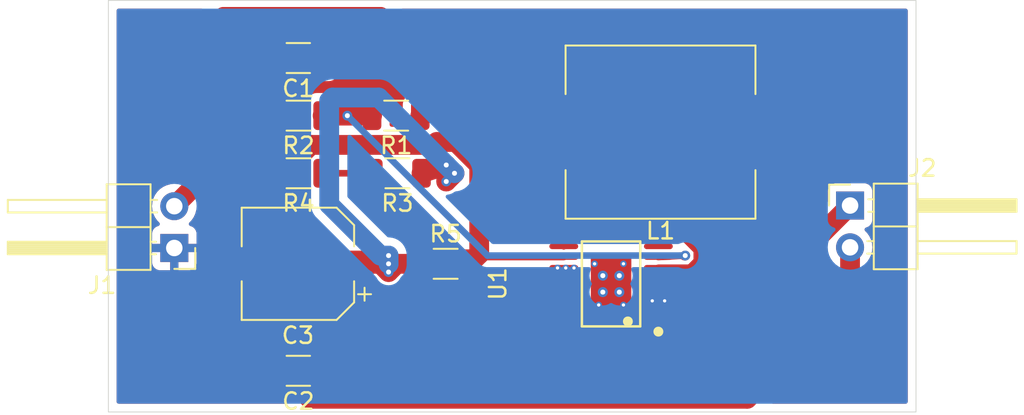
<source format=kicad_pcb>
(kicad_pcb (version 20240108) (generator "pcbnew") (generator_version "8.0")
  (layers (0 "F.Cu" signal) (31 "B.Cu" signal) (34 "B.Paste" user) (35 "F.Paste" user) (36 "B.SilkS" user "B.Silkscreen") (37 "F.SilkS" user "F.Silkscreen") (38 "B.Mask" user) (39 "F.Mask" user) (44 "Edge.Cuts" user))
  (net 0 "")
  (net 1 "VBat")
  (net 2 "GND")
  (net 3 "+5V")
  (net 4 "Net-(L1-Pad1)")
  (net 5 "Net-(U1-LBI)")
  (net 6 "Net-(U1-FB)")
  (net 8 "Net-(J2-Pin_2)")
  (footprint "Connector_PinHeader_2.54mm:PinHeader_1x02_P2.54mm_Horizontal" (layer "F.Cu") (at 144 79.96)
    (property "Reference" "J2" (at 4.385 -2.27 0) (layer "F.SilkS"))
    (property "Value" "Conn_01x02")
    (fp_line (start -1.27 -1.27) (end 0 -1.27) (stroke (width 0.12)) (layer "F.SilkS"))
    (fp_line (start -1.27 0) (end -1.27 -1.27) (stroke (width 0.12)) (layer "F.SilkS"))
    (fp_line (start 1.042929 2.16) (end 1.44 2.16) (stroke (width 0.12)) (layer "F.SilkS"))
    (fp_line (start 1.042929 2.92) (end 1.44 2.92) (stroke (width 0.12)) (layer "F.SilkS"))
    (fp_line (start 1.11 -0.38) (end 1.44 -0.38) (stroke (width 0.12)) (layer "F.SilkS"))
    (fp_line (start 1.11 0.38) (end 1.44 0.38) (stroke (width 0.12)) (layer "F.SilkS"))
    (fp_line (start 1.44 -1.33) (end 1.44 3.87) (stroke (width 0.12)) (layer "F.SilkS"))
    (fp_line (start 1.44 1.27) (end 4.1 1.27) (stroke (width 0.12)) (layer "F.SilkS"))
    (fp_line (start 1.44 3.87) (end 4.1 3.87) (stroke (width 0.12)) (layer "F.SilkS"))
    (fp_line (start 4.1 -1.33) (end 1.44 -1.33) (stroke (width 0.12)) (layer "F.SilkS"))
    (fp_line (start 4.1 -0.38) (end 10.1 -0.38) (stroke (width 0.12)) (layer "F.SilkS"))
    (fp_line (start 4.1 -0.32) (end 10.1 -0.32) (stroke (width 0.12)) (layer "F.SilkS"))
    (fp_line (start 4.1 -0.2) (end 10.1 -0.2) (stroke (width 0.12)) (layer "F.SilkS"))
    (fp_line (start 4.1 -0.08) (end 10.1 -0.08) (stroke (width 0.12)) (layer "F.SilkS"))
    (fp_line (start 4.1 0.04) (end 10.1 0.04) (stroke (width 0.12)) (layer "F.SilkS"))
    (fp_line (start 4.1 0.16) (end 10.1 0.16) (stroke (width 0.12)) (layer "F.SilkS"))
    (fp_line (start 4.1 0.28) (end 10.1 0.28) (stroke (width 0.12)) (layer "F.SilkS"))
    (fp_line (start 4.1 2.16) (end 10.1 2.16) (stroke (width 0.12)) (layer "F.SilkS"))
    (fp_line (start 4.1 3.87) (end 4.1 -1.33) (stroke (width 0.12)) (layer "F.SilkS"))
    (fp_line (start 10.1 -0.38) (end 10.1 0.38) (stroke (width 0.12)) (layer "F.SilkS"))
    (fp_line (start 10.1 0.38) (end 4.1 0.38) (stroke (width 0.12)) (layer "F.SilkS"))
    (fp_line (start 10.1 2.16) (end 10.1 2.92) (stroke (width 0.12)) (layer "F.SilkS"))
    (fp_line (start 10.1 2.92) (end 4.1 2.92) (stroke (width 0.12)) (layer "F.SilkS"))
    (pad "1" thru_hole rect (at 0 0) (size 1.7 1.7) (drill 1) (layers "*.Cu" "*.Mask") (net 3 "+5V"))
    (pad "2" thru_hole oval (at 0 2.54) (size 1.7 1.7) (drill 1) (layers "*.Cu" "*.Mask") (net 8 "Net-(J2-Pin_2)"))
  )
  (footprint "Resistor_SMD:R_1206_3216Metric" (layer "F.Cu") (at 116.4625 74.5 180)
    (property "Reference" "R1" (at 0 -1.82 0) (layer "F.SilkS"))
    (property "Value" "1M95")
    (fp_line (start -0.727064 0.91) (end 0.727064 0.91) (stroke (width 0.12)) (layer "F.SilkS"))
    (fp_line (start -0.727064 -0.91) (end 0.727064 -0.91) (stroke (width 0.12)) (layer "F.SilkS"))
    (pad "1" smd roundrect (at -1.4625 0 180) (size 1.125 1.75) (layers "F.Cu" "F.Paste" "F.Mask") (roundrect_rratio 0.222222) (net 1 "VBat"))
    (pad "2" smd roundrect (at 1.4625 0 180) (size 1.125 1.75) (layers "F.Cu" "F.Paste" "F.Mask") (roundrect_rratio 0.222222) (net 5 "Net-(U1-LBI)"))
  )
  (footprint "Resistor_SMD:R_1206_3216Metric" (layer "F.Cu") (at 116.5375 78 180)
    (property "Reference" "R3" (at 0 -1.82 0) (layer "F.SilkS"))
    (property "Value" "1M62")
    (fp_line (start -0.727064 0.91) (end 0.727064 0.91) (stroke (width 0.12)) (layer "F.SilkS"))
    (fp_line (start -0.727064 -0.91) (end 0.727064 -0.91) (stroke (width 0.12)) (layer "F.SilkS"))
    (pad "1" smd roundrect (at -1.4625 0 180) (size 1.125 1.75) (layers "F.Cu" "F.Paste" "F.Mask") (roundrect_rratio 0.222222) (net 3 "+5V"))
    (pad "2" smd roundrect (at 1.4625 0 180) (size 1.125 1.75) (layers "F.Cu" "F.Paste" "F.Mask") (roundrect_rratio 0.222222) (net 6 "Net-(U1-FB)"))
  )
  (footprint "Resistor_SMD:R_1206_3216Metric" (layer "F.Cu") (at 110.5375 74.5 180)
    (property "Reference" "R2" (at 0 -1.82 0) (layer "F.SilkS"))
    (property "Value" "390k")
    (fp_line (start -0.727064 0.91) (end 0.727064 0.91) (stroke (width 0.12)) (layer "F.SilkS"))
    (fp_line (start -0.727064 -0.91) (end 0.727064 -0.91) (stroke (width 0.12)) (layer "F.SilkS"))
    (pad "1" smd roundrect (at -1.4625 0 180) (size 1.125 1.75) (layers "F.Cu" "F.Paste" "F.Mask") (roundrect_rratio 0.222222) (net 5 "Net-(U1-LBI)"))
    (pad "2" smd roundrect (at 1.4625 0 180) (size 1.125 1.75) (layers "F.Cu" "F.Paste" "F.Mask") (roundrect_rratio 0.222222) (net 2 "GND"))
  )
  (footprint "Connector_PinHeader_2.54mm:PinHeader_1x02_P2.54mm_Horizontal" (layer "F.Cu") (at 103 82.54 180)
    (property "Reference" "J1" (at 4.385 -2.27 0) (layer "F.SilkS"))
    (property "Value" "Conn_01x02")
    (fp_line (start 10.1 2.92) (end 4.1 2.92) (stroke (width 0.12)) (layer "F.SilkS"))
    (fp_line (start 10.1 2.16) (end 10.1 2.92) (stroke (width 0.12)) (layer "F.SilkS"))
    (fp_line (start 10.1 0.38) (end 4.1 0.38) (stroke (width 0.12)) (layer "F.SilkS"))
    (fp_line (start 10.1 -0.38) (end 10.1 0.38) (stroke (width 0.12)) (layer "F.SilkS"))
    (fp_line (start 4.1 3.87) (end 4.1 -1.33) (stroke (width 0.12)) (layer "F.SilkS"))
    (fp_line (start 4.1 2.16) (end 10.1 2.16) (stroke (width 0.12)) (layer "F.SilkS"))
    (fp_line (start 4.1 0.28) (end 10.1 0.28) (stroke (width 0.12)) (layer "F.SilkS"))
    (fp_line (start 4.1 0.16) (end 10.1 0.16) (stroke (width 0.12)) (layer "F.SilkS"))
    (fp_line (start 4.1 0.04) (end 10.1 0.04) (stroke (width 0.12)) (layer "F.SilkS"))
    (fp_line (start 4.1 -0.08) (end 10.1 -0.08) (stroke (width 0.12)) (layer "F.SilkS"))
    (fp_line (start 4.1 -0.2) (end 10.1 -0.2) (stroke (width 0.12)) (layer "F.SilkS"))
    (fp_line (start 4.1 -0.32) (end 10.1 -0.32) (stroke (width 0.12)) (layer "F.SilkS"))
    (fp_line (start 4.1 -0.38) (end 10.1 -0.38) (stroke (width 0.12)) (layer "F.SilkS"))
    (fp_line (start 4.1 -1.33) (end 1.44 -1.33) (stroke (width 0.12)) (layer "F.SilkS"))
    (fp_line (start 1.44 3.87) (end 4.1 3.87) (stroke (width 0.12)) (layer "F.SilkS"))
    (fp_line (start 1.44 1.27) (end 4.1 1.27) (stroke (width 0.12)) (layer "F.SilkS"))
    (fp_line (start 1.44 -1.33) (end 1.44 3.87) (stroke (width 0.12)) (layer "F.SilkS"))
    (fp_line (start 1.11 0.38) (end 1.44 0.38) (stroke (width 0.12)) (layer "F.SilkS"))
    (fp_line (start 1.11 -0.38) (end 1.44 -0.38) (stroke (width 0.12)) (layer "F.SilkS"))
    (fp_line (start 1.042929 2.92) (end 1.44 2.92) (stroke (width 0.12)) (layer "F.SilkS"))
    (fp_line (start 1.042929 2.16) (end 1.44 2.16) (stroke (width 0.12)) (layer "F.SilkS"))
    (fp_line (start -1.27 0) (end -1.27 -1.27) (stroke (width 0.12)) (layer "F.SilkS"))
    (fp_line (start -1.27 -1.27) (end 0 -1.27) (stroke (width 0.12)) (layer "F.SilkS"))
    (pad "1" thru_hole rect (at 0 0 180) (size 1.7 1.7) (drill 1) (layers "*.Cu" "*.Mask") (net 2 "GND"))
    (pad "2" thru_hole oval (at 0 2.54 180) (size 1.7 1.7) (drill 1) (layers "*.Cu" "*.Mask") (net 1 "VBat"))
  )
  (footprint "Inductor_SMD:L_Sunlord_MWSA1004S" (layer "F.Cu") (at 132.5 75.5 180)
    (property "Reference" "L1" (at 0 -6 0) (layer "F.SilkS"))
    (property "Value" "6.8uH")
    (fp_line (start 5.76 5.26) (end 5.76 2.31) (stroke (width 0.12)) (layer "F.SilkS"))
    (fp_line (start 5.76 -5.26) (end 5.76 -2.31) (stroke (width 0.12)) (layer "F.SilkS"))
    (fp_line (start -5.76 5.26) (end 5.76 5.26) (stroke (width 0.12)) (layer "F.SilkS"))
    (fp_line (start -5.76 5.26) (end -5.76 2.31) (stroke (width 0.12)) (layer "F.SilkS"))
    (fp_line (start -5.76 -5.26) (end 5.76 -5.26) (stroke (width 0.12)) (layer "F.SilkS"))
    (fp_line (start -5.76 -5.26) (end -5.76 -2.31) (stroke (width 0.12)) (layer "F.SilkS"))
    (pad "1" smd rect (at -4.75 0 180) (size 4.1 4.1) (layers "F.Cu" "F.Paste" "F.Mask") (net 4 "Net-(L1-Pad1)"))
    (pad "2" smd rect (at 4.75 0 180) (size 4.1 4.1) (layers "F.Cu" "F.Paste" "F.Mask") (net 1 "VBat"))
  )
  (footprint "easyeda2kicad:HTSSOP-16_L5.0-W4.4-P0.65-LS6.4-BL-EP" (layer "F.Cu") (at 129.5 84.72 90)
    (property "Reference" "U1" (at 0 -6.87 90) (layer "F.SilkS"))
    (property "Value" "TPS61032PWPR")
    (fp_line (start 2.58 -1.77) (end 2.58 1.77) (stroke (width 0.15)) (layer "F.SilkS"))
    (fp_line (start -2.58 -1.77) (end 2.58 -1.77) (stroke (width 0.15)) (layer "F.SilkS"))
    (fp_line (start 2.58 1.77) (end -2.58 1.77) (stroke (width 0.15)) (layer "F.SilkS"))
    (fp_line (start -2.58 1.77) (end -2.58 -1.77) (stroke (width 0.15)) (layer "F.SilkS"))
    (fp_circle (center -2.28 1.02) (end -2.13 1.02) (stroke (width 0.3)) (fill none) (layer "F.SilkS"))
    (fp_circle (center -2.9 2.87) (end -2.75 2.87) (stroke (width 0.3)) (fill none) (layer "F.SilkS"))
    (pad "" thru_hole circle (at -0.5 -0.5 90) (size 0.61 0.61) (drill 0.3) (layers "*.Cu" "*.Paste" "*.Mask"))
    (pad "" thru_hole circle (at -0.5 0.5 90) (size 0.61 0.61) (drill 0.3) (layers "*.Cu" "*.Paste" "*.Mask"))
    (pad "" thru_hole circle (at 0.5 -0.5 90) (size 0.61 0.61) (drill 0.3) (layers "*.Cu" "*.Paste" "*.Mask"))
    (pad "" thru_hole circle (at 0.5 0.5 90) (size 0.61 0.61) (drill 0.3) (layers "*.Cu" "*.Paste" "*.Mask"))
    (pad "1" smd oval (at -2.28 2.87 90) (size 0.34 1.75) (layers "F.Cu" "F.Paste" "F.Mask") (net 4 "Net-(L1-Pad1)"))
    (pad "2" smd oval (at -1.63 2.87 90) (size 0.34 1.75) (layers "F.Cu" "F.Paste" "F.Mask") (net 4 "Net-(L1-Pad1)"))
    (pad "3" smd oval (at -0.98 2.87 90) (size 0.34 1.75) (layers "F.Cu" "F.Paste" "F.Mask") (net 2 "GND"))
    (pad "4" smd oval (at -0.32 2.87 90) (size 0.34 1.75) (layers "F.Cu" "F.Paste" "F.Mask") (net 2 "GND"))
    (pad "5" smd oval (at 0.33 2.87 90) (size 0.34 1.75) (layers "F.Cu" "F.Paste" "F.Mask") (net 2 "GND"))
    (pad "6" smd oval (at 0.98 2.87 90) (size 0.34 1.75) (layers "F.Cu" "F.Paste" "F.Mask") (net 1 "VBat"))
    (pad "7" smd oval (at 1.63 2.87 90) (size 0.34 1.75) (layers "F.Cu" "F.Paste" "F.Mask") (net 5 "Net-(U1-LBI)"))
    (pad "8" smd oval (at 2.28 2.87 90) (size 0.34 1.75) (layers "F.Cu" "F.Paste" "F.Mask") (net 2 "GND"))
    (pad "9" smd oval (at 2.28 -2.87 90) (size 0.34 1.75) (layers "F.Cu" "F.Paste" "F.Mask") (net 1 "VBat"))
    (pad "10" smd oval (at 1.63 -2.87 90) (size 0.34 1.75) (layers "F.Cu" "F.Paste" "F.Mask") (net 8 "Net-(J2-Pin_2)"))
    (pad "11" smd oval (at 0.98 -2.87 90) (size 0.34 1.75) (layers "F.Cu" "F.Paste" "F.Mask") (net 2 "GND"))
    (pad "12" smd oval (at 0.33 -2.87 90) (size 0.34 1.75) (layers "F.Cu" "F.Paste" "F.Mask") (net 6 "Net-(U1-FB)"))
    (pad "13" smd oval (at -0.32 -2.87 90) (size 0.34 1.75) (layers "F.Cu" "F.Paste" "F.Mask") (net 3 "+5V"))
    (pad "14" smd oval (at -0.98 -2.87 90) (size 0.34 1.75) (layers "F.Cu" "F.Paste" "F.Mask") (net 3 "+5V"))
    (pad "15" smd oval (at -1.63 -2.87 90) (size 0.34 1.75) (layers "F.Cu" "F.Paste" "F.Mask") (net 3 "+5V"))
    (pad "16" smd oval (at -2.28 -2.87 90) (size 0.34 1.75) (layers "F.Cu" "F.Paste" "F.Mask"))
    (pad "17" smd rect (at 0 0 90) (size 3.55 2.46) (layers "F.Cu" "F.Paste" "F.Mask") (net 2 "GND"))
  )
  (footprint "Capacitor_SMD:CP_Elec_6.3x7.7" (layer "F.Cu") (at 110.5 83.5 180)
    (property "Reference" "C3" (at 0 -4.35 0) (layer "F.SilkS"))
    (property "Value" "220uF")
    (fp_line (start 3.41 3.41) (end 3.41 1.06) (stroke (width 0.12)) (layer "F.SilkS"))
    (fp_line (start 3.41 -3.41) (end 3.41 -1.06) (stroke (width 0.12)) (layer "F.SilkS"))
    (fp_line (start -2.345563 3.41) (end 3.41 3.41) (stroke (width 0.12)) (layer "F.SilkS"))
    (fp_line (start -2.345563 -3.41) (end 3.41 -3.41) (stroke (width 0.12)) (layer "F.SilkS"))
    (fp_line (start -3.41 2.345563) (end -2.345563 3.41) (stroke (width 0.12)) (layer "F.SilkS"))
    (fp_line (start -3.41 2.345563) (end -3.41 1.06) (stroke (width 0.12)) (layer "F.SilkS"))
    (fp_line (start -3.41 -2.345563) (end -2.345563 -3.41) (stroke (width 0.12)) (layer "F.SilkS"))
    (fp_line (start -3.41 -2.345563) (end -3.41 -1.06) (stroke (width 0.12)) (layer "F.SilkS"))
    (fp_line (start -4.04375 -2.24125) (end -4.04375 -1.45375) (stroke (width 0.12)) (layer "F.SilkS"))
    (fp_line (start -4.4375 -1.8475) (end -3.65 -1.8475) (stroke (width 0.12)) (layer "F.SilkS"))
    (pad "1" smd roundrect (at -2.7 0 180) (size 3.5 1.6) (layers "F.Cu" "F.Paste" "F.Mask") (roundrect_rratio 0.15625) (net 3 "+5V"))
    (pad "2" smd roundrect (at 2.7 0 180) (size 3.5 1.6) (layers "F.Cu" "F.Paste" "F.Mask") (roundrect_rratio 0.15625) (net 2 "GND"))
  )
  (footprint "Resistor_SMD:R_1206_3216Metric" (layer "F.Cu") (at 110.5375 78 180)
    (property "Reference" "R4" (at 0 -1.82 0) (layer "F.SilkS"))
    (property "Value" "180k")
    (fp_line (start -0.727064 0.91) (end 0.727064 0.91) (stroke (width 0.12)) (layer "F.SilkS"))
    (fp_line (start -0.727064 -0.91) (end 0.727064 -0.91) (stroke (width 0.12)) (layer "F.SilkS"))
    (pad "1" smd roundrect (at -1.4625 0 180) (size 1.125 1.75) (layers "F.Cu" "F.Paste" "F.Mask") (roundrect_rratio 0.222222) (net 6 "Net-(U1-FB)"))
    (pad "2" smd roundrect (at 1.4625 0 180) (size 1.125 1.75) (layers "F.Cu" "F.Paste" "F.Mask") (roundrect_rratio 0.222222) (net 2 "GND"))
  )
  (footprint "Capacitor_SMD:C_1206_3216Metric" (layer "F.Cu") (at 110.525 90 180)
    (property "Reference" "C2" (at 0 -1.85 0) (layer "F.SilkS"))
    (property "Value" "2.2uF")
    (fp_line (start -0.711252 0.91) (end 0.711252 0.91) (stroke (width 0.12)) (layer "F.SilkS"))
    (fp_line (start -0.711252 -0.91) (end 0.711252 -0.91) (stroke (width 0.12)) (layer "F.SilkS"))
    (pad "1" smd roundrect (at -1.475 0 180) (size 1.15 1.8) (layers "F.Cu" "F.Paste" "F.Mask") (roundrect_rratio 0.217391) (net 3 "+5V"))
    (pad "2" smd roundrect (at 1.475 0 180) (size 1.15 1.8) (layers "F.Cu" "F.Paste" "F.Mask") (roundrect_rratio 0.217391) (net 2 "GND"))
  )
  (footprint "Resistor_SMD:R_1206_3216Metric" (layer "F.Cu") (at 119.4625 83.5)
    (property "Reference" "R5" (at 0 -1.82 0) (layer "F.SilkS"))
    (property "Value" "R")
    (fp_line (start -0.727064 -0.91) (end 0.727064 -0.91) (stroke (width 0.12)) (layer "F.SilkS"))
    (fp_line (start -0.727064 0.91) (end 0.727064 0.91) (stroke (width 0.12)) (layer "F.SilkS"))
    (pad "1" smd roundrect (at -1.4625 0) (size 1.125 1.75) (layers "F.Cu" "F.Paste" "F.Mask") (roundrect_rratio 0.222222) (net 3 "+5V"))
    (pad "2" smd roundrect (at 1.4625 0) (size 1.125 1.75) (layers "F.Cu" "F.Paste" "F.Mask") (roundrect_rratio 0.222222) (net 8 "Net-(J2-Pin_2)"))
  )
  (footprint "Capacitor_SMD:C_1206_3216Metric" (layer "F.Cu") (at 110.525 71 180)
    (property "Reference" "C1" (at 0 -1.85 0) (layer "F.SilkS"))
    (property "Value" "10uF")
    (fp_line (start -0.711252 0.91) (end 0.711252 0.91) (stroke (width 0.12)) (layer "F.SilkS"))
    (fp_line (start -0.711252 -0.91) (end 0.711252 -0.91) (stroke (width 0.12)) (layer "F.SilkS"))
    (pad "1" smd roundrect (at -1.475 0 180) (size 1.15 1.8) (layers "F.Cu" "F.Paste" "F.Mask") (roundrect_rratio 0.217391) (net 1 "VBat"))
    (pad "2" smd roundrect (at 1.475 0 180) (size 1.15 1.8) (layers "F.Cu" "F.Paste" "F.Mask") (roundrect_rratio 0.217391) (net 2 "GND"))
  )
  (gr_rect (start 99 67.5) (end 148 92.5) (stroke (width 0.05)) (fill none) (layer "Edge.Cuts"))
  (segment (start 115.5 68.5) (end 120 73) (width 1.2) (layer "F.Cu") (net 1))
  (segment (start 119.425 73) (end 120 73) (width 1.2) (layer "F.Cu") (net 1))
  (segment (start 127.2 81.8) (end 127.75 81.25) (width 0.4) (layer "F.Cu") (net 1))
  (segment (start 115 68.5) (end 115.5 68.5) (width 1.2) (layer "F.Cu") (net 1))
  (segment (start 127.2 81.87) (end 127.2 81.8) (width 0.4) (layer "F.Cu") (net 1))
  (segment (start 105 69.5) (end 106 68.5) (width 1.2) (layer "F.Cu") (net 1))
  (segment (start 117.925 74.5) (end 119.425 73) (width 1.2) (layer "F.Cu") (net 1))
  (segment (start 128.37 81.87) (end 127.75 81.25) (width 0.4) (layer "F.Cu") (net 1))
  (segment (start 114.5 68.5) (end 115 68.5) (width 1.2) (layer "F.Cu") (net 1))
  (segment (start 127.2 81.87) (end 126.63 82.44) (width 0.4) (layer "F.Cu") (net 1))
  (segment (start 120 73) (end 122.5 75.5) (width 1.2) (layer "F.Cu") (net 1))
  (segment (start 105 78) (end 105 69.5) (width 1.2) (layer "F.Cu") (net 1))
  (segment (start 133.85995 81.87) (end 128.5 81.87) (width 0.4) (layer "F.Cu") (net 1))
  (segment (start 112 71) (end 114.5 68.5) (width 1.2) (layer "F.Cu") (net 1))
  (segment (start 132.37 83.74) (end 134.26 83.74) (width 0.4) (layer "F.Cu") (net 1))
  (segment (start 134.7 82.71005) (end 133.85995 81.87) (width 0.4) (layer "F.Cu") (net 1))
  (segment (start 134.26 83.74) (end 134.7 83.3) (width 0.4) (layer "F.Cu") (net 1))
  (segment (start 127.75 75.5) (end 127.75 81.25) (width 1.2) (layer "F.Cu") (net 1))
  (segment (start 134.7 83.3) (end 134.7 82.71005) (width 0.4) (layer "F.Cu") (net 1))
  (segment (start 103 80) (end 105 78) (width 1.2) (layer "F.Cu") (net 1))
  (segment (start 128.5 81.87) (end 128.37 81.87) (width 0.4) (layer "F.Cu") (net 1))
  (segment (start 128.5 81.87) (end 127.2 81.87) (width 0.4) (layer "F.Cu") (net 1))
  (segment (start 106 68.5) (end 115 68.5) (width 1.2) (layer "F.Cu") (net 1))
  (segment (start 122.5 75.5) (end 127.75 75.5) (width 1.2) (layer "F.Cu") (net 1))
  (via (at 130.25 86) (size 0.4) (drill 0.2) (layers "F.Cu" "B.Cu") (net 2))
  (via (at 128.5 83.5) (size 0.4) (drill 0.2) (layers "F.Cu" "B.Cu") (net 2))
  (via (at 126.75 83.75) (size 0.4) (drill 0.2) (layers "F.Cu" "B.Cu") (net 2))
  (via (at 128.75 86) (size 0.4) (drill 0.2) (layers "F.Cu" "B.Cu") (net 2))
  (via (at 126.25 83.75) (size 0.4) (drill 0.2) (layers "F.Cu" "B.Cu") (net 2))
  (via (at 132.75 85.75) (size 0.4) (drill 0.2) (layers "F.Cu" "B.Cu") (net 2))
  (via (at 127.25 83.75) (size 0.4) (drill 0.2) (layers "F.Cu" "B.Cu") (net 2))
  (via (at 132 85.75) (size 0.4) (drill 0.2) (layers "F.Cu" "B.Cu") (net 2))
  (via (at 130.25 83.5) (size 0.4) (drill 0.2) (layers "F.Cu" "B.Cu") (net 2))
  (segment (start 119.5 77.5) (end 119.5 78.5) (width 1.2) (layer "F.Cu") (net 3))
  (segment (start 116 84) (end 115.5 83.5) (width 1.2) (layer "F.Cu") (net 3))
  (segment (start 113.2 83.5) (end 113.2 88.8) (width 1.2) (layer "F.Cu") (net 3))
  (segment (start 118 83.5) (end 116.5 83.5) (width 1.2) (layer "F.Cu") (net 3))
  (segment (start 140.9 86.579899) (end 137.479899 90) (width 1.2) (layer "F.Cu") (net 3))
  (segment (start 140.9 83.06) (end 140.9 86.579899) (width 1.2) (layer "F.Cu") (net 3))
  (segment (start 144 79.96) (end 140.9 83.06) (width 1.2) (layer "F.Cu") (net 3))
  (segment (start 116.5 83.5) (end 116 84) (width 1.2) (layer "F.Cu") (net 3))
  (segment (start 120.255 90) (end 112 90) (width 1.2) (layer "F.Cu") (net 3))
  (segment (start 126.63 85.7) (end 124.555 85.7) (width 1.2) (layer "F.Cu") (net 3))
  (segment (start 118 78) (end 119.5 77.5) (width 1.2) (layer "F.Cu") (net 3))
  (segment (start 124.555 85.7) (end 120.255 90) (width 1.2) (layer "F.Cu") (net 3))
  (segment (start 115.5 83.5) (end 113.2 83.5) (width 1.2) (layer "F.Cu") (net 3))
  (segment (start 137.479899 90) (end 120.255 90) (width 1.2) (layer "F.Cu") (net 3))
  (segment (start 113.2 88.8) (end 112 90) (width 1.2) (layer "F.Cu") (net 3))
  (segment (start 119.5 78.5) (end 120 78) (width 1.2) (layer "F.Cu") (net 3))
  (segment (start 120 78) (end 119.5 78) (width 1.2) (layer "F.Cu") (net 3))
  (via (at 119.5 77.5) (size 0.6) (drill 0.3) (layers "F.Cu" "B.Cu") (net 3))
  (via (at 116 84) (size 0.6) (drill 0.3) (layers "F.Cu" "B.Cu") (net 3))
  (via (at 119.5 78.5) (size 0.6) (drill 0.3) (layers "F.Cu" "B.Cu") (net 3))
  (via (at 116 83) (size 0.6) (drill 0.3) (layers "F.Cu" "B.Cu") (net 3))
  (via (at 120 78) (size 0.6) (drill 0.3) (layers "F.Cu" "B.Cu") (net 3))
  (via (at 116 83.5) (size 0.6) (drill 0.3) (layers "F.Cu" "B.Cu") (net 3))
  (segment (start 112.6 73.4) (end 112.4 73.6) (width 1.2) (layer "B.Cu") (net 3))
  (segment (start 115.4 73.4) (end 112.6 73.4) (width 1.2) (layer "B.Cu") (net 3))
  (segment (start 112.4 73.6) (end 112.4 79.9) (width 1.2) (layer "B.Cu") (net 3))
  (segment (start 116 83) (end 116 83.5) (width 1.2) (layer "B.Cu") (net 3))
  (segment (start 116 83.5) (end 116 83.5) (width 1.2) (layer "B.Cu") (net 3))
  (segment (start 120 78) (end 115.4 73.4) (width 1.2) (layer "B.Cu") (net 3))
  (segment (start 112.4 79.9) (end 115.5 83) (width 1.2) (layer "B.Cu") (net 3))
  (segment (start 115.5 83) (end 116 83) (width 1.2) (layer "B.Cu") (net 3))
  (segment (start 132.37 86.35) (end 133.35 86.35) (width 0.4) (layer "F.Cu") (net 4))
  (segment (start 137.25 82.75) (end 137.25 75.5) (width 1.2) (layer "F.Cu") (net 4))
  (segment (start 139.5 85) (end 137.25 82.75) (width 1.2) (layer "F.Cu") (net 4))
  (segment (start 138.5 87) (end 139.5 86) (width 1.2) (layer "F.Cu") (net 4))
  (segment (start 132.37 87) (end 134 87) (width 1.2) (layer "F.Cu") (net 4))
  (segment (start 139.5 86) (end 139.5 85) (width 1.2) (layer "F.Cu") (net 4))
  (segment (start 134 87) (end 138.5 87) (width 1.2) (layer "F.Cu") (net 4))
  (segment (start 133.35 86.35) (end 134 87) (width 0.4) (layer "F.Cu") (net 4))
  (segment (start 132.37 86.35) (end 132.37 87) (width 0.4) (layer "F.Cu") (net 4))
  (segment (start 132.37 83.09) (end 134 83) (width 0.4) (layer "F.Cu") (net 5))
  (segment (start 112 74.5) (end 115 74.5) (width 1.2) (layer "F.Cu") (net 5))
  (segment (start 134 83) (end 133.91 83.09) (width 0.4) (layer "F.Cu") (net 5))
  (via (at 134 83) (size 0.6) (drill 0.3) (layers "F.Cu" "B.Cu") (net 5))
  (via (at 113.5 74.5) (size 0.6) (drill 0.3) (layers "F.Cu" "B.Cu") (net 5))
  (segment (start 134 83) (end 122 83) (width 0.4) (layer "B.Cu") (net 5))
  (segment (start 122 83) (end 113.5 74.5) (width 0.4) (layer "B.Cu") (net 5))
  (segment (start 119 81.925) (end 115.075 78) (width 0.4) (layer "F.Cu") (net 6))
  (segment (start 115.075 78) (end 112 78) (width 0.4) (layer "F.Cu") (net 6))
  (segment (start 121.513666 84.775) (end 120.336334 84.775) (width 0.4) (layer "F.Cu") (net 6))
  (segment (start 126.63 84.39) (end 121.898666 84.39) (width 0.4) (layer "F.Cu") (net 6))
  (segment (start 120.336334 84.775) (end 119 83.438666) (width 0.4) (layer "F.Cu") (net 6))
  (segment (start 119 83.438666) (end 119 81.925) (width 0.4) (layer "F.Cu") (net 6))
  (segment (start 121.898666 84.39) (end 121.513666 84.775) (width 0.4) (layer "F.Cu") (net 6))
  (segment (start 126.63 83.09) (end 121.335 83.09) (width 0.4) (layer "F.Cu") (net 8))
  (segment (start 111.233148 91.7) (end 110.6 91.066852) (width 1.2) (layer "F.Cu") (net 8))
  (segment (start 118.920101 76.1) (end 120.079899 76.1) (width 1.2) (layer "F.Cu") (net 8))
  (segment (start 120.079899 76.1) (end 121.5 77.520101) (width 1.2) (layer "F.Cu") (net 8))
  (segment (start 144 82.5) (end 144 85.459798) (width 1.2) (layer "F.Cu") (net 8))
  (segment (start 121.5 82.925) (end 120.925 83.5) (width 1.2) (layer "F.Cu") (net 8))
  (segment (start 110.6 91.066852) (end 110.6 76.970648) (width 1.2) (layer "F.Cu") (net 8))
  (segment (start 121.335 83.09) (end 120.925 83.5) (width 0.4) (layer "F.Cu") (net 8))
  (segment (start 144 85.459798) (end 137.759798 91.7) (width 1.2) (layer "F.Cu") (net 8))
  (segment (start 111.294294 76.276354) (end 118.743747 76.276354) (width 1.2) (layer "F.Cu") (net 8))
  (segment (start 118.743747 76.276354) (end 118.920101 76.1) (width 1.2) (layer "F.Cu") (net 8))
  (segment (start 110.6 76.970648) (end 111.294294 76.276354) (width 1.2) (layer "F.Cu") (net 8))
  (segment (start 121.5 77.520101) (end 121.5 82.925) (width 1.2) (layer "F.Cu") (net 8))
  (segment (start 137.759798 91.7) (end 111.233148 91.7) (width 1.2) (layer "F.Cu") (net 8))
  (zone (net 2) (net_name "GND") (layers "F&B.Cu") (connect_pads (clearance 0.5)) (min_thickness 0.25) (fill yes (thermal_gap 0.5) (thermal_bridge_width 0.5))
    (polygon (pts (xy 99 67.5) (xy 148 67.5) (xy 148 92.5) (xy 99 92.5)))
  )
)
</source>
